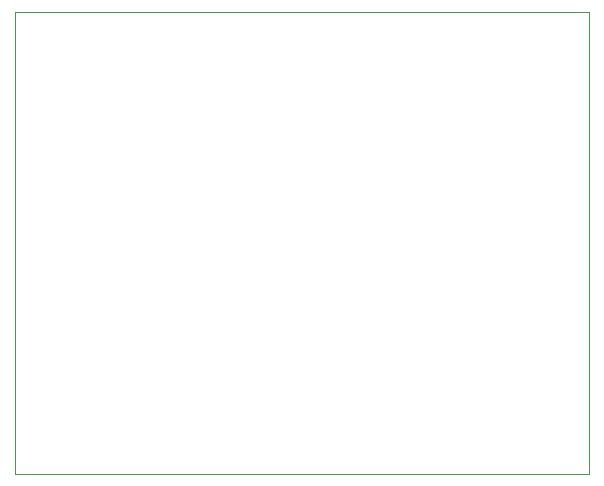
<source format=gbr>
G04 PROTEUS GERBER X2 FILE*
%TF.GenerationSoftware,Labcenter,Proteus,8.15-SP1-Build34318*%
%TF.CreationDate,2023-09-26T11:23:09+00:00*%
%TF.FileFunction,NonPlated,0,1,NPTH*%
%TF.FilePolarity,Positive*%
%TF.Part,Single*%
%TF.SameCoordinates,{55f2b303-2a82-4880-9e88-0068297effa7}*%
%FSLAX45Y45*%
%MOMM*%
G01*
%TA.AperFunction,Profile*%
%ADD14C,0.101600*%
%TD.AperFunction*%
D14*
X-5360000Y+133000D02*
X-500000Y+133000D01*
X-500000Y+4040500D01*
X-5360000Y+4040500D01*
X-5360000Y+133000D01*
M02*

</source>
